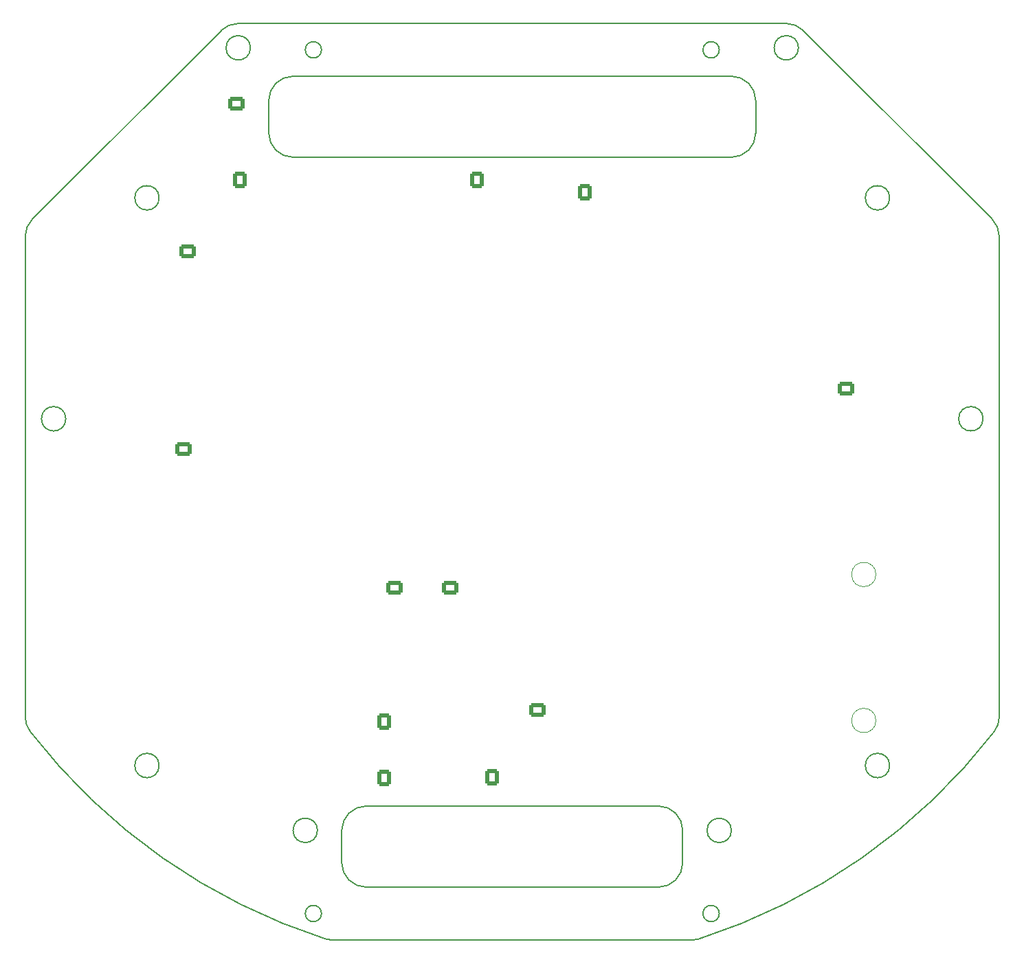
<source format=gbo>
G04 #@! TF.GenerationSoftware,KiCad,Pcbnew,(6.0.4)*
G04 #@! TF.CreationDate,2022-03-28T09:35:34+09:00*
G04 #@! TF.ProjectId,Main_Board,4d61696e-5f42-46f6-9172-642e6b696361,rev?*
G04 #@! TF.SameCoordinates,Original*
G04 #@! TF.FileFunction,Legend,Bot*
G04 #@! TF.FilePolarity,Positive*
%FSLAX46Y46*%
G04 Gerber Fmt 4.6, Leading zero omitted, Abs format (unit mm)*
G04 Created by KiCad (PCBNEW (6.0.4)) date 2022-03-28 09:35:34*
%MOMM*%
%LPD*%
G01*
G04 APERTURE LIST*
G04 Aperture macros list*
%AMRoundRect*
0 Rectangle with rounded corners*
0 $1 Rounding radius*
0 $2 $3 $4 $5 $6 $7 $8 $9 X,Y pos of 4 corners*
0 Add a 4 corners polygon primitive as box body*
4,1,4,$2,$3,$4,$5,$6,$7,$8,$9,$2,$3,0*
0 Add four circle primitives for the rounded corners*
1,1,$1+$1,$2,$3*
1,1,$1+$1,$4,$5*
1,1,$1+$1,$6,$7*
1,1,$1+$1,$8,$9*
0 Add four rect primitives between the rounded corners*
20,1,$1+$1,$2,$3,$4,$5,0*
20,1,$1+$1,$4,$5,$6,$7,0*
20,1,$1+$1,$6,$7,$8,$9,0*
20,1,$1+$1,$8,$9,$2,$3,0*%
G04 Aperture macros list end*
G04 #@! TA.AperFunction,Profile*
%ADD10C,0.200000*%
G04 #@! TD*
G04 #@! TA.AperFunction,Profile*
%ADD11C,0.120000*%
G04 #@! TD*
%ADD12C,1.600000*%
%ADD13R,2.200000X2.200000*%
%ADD14O,2.200000X2.200000*%
%ADD15C,1.400000*%
%ADD16O,1.400000X1.400000*%
%ADD17C,1.700000*%
%ADD18C,3.000000*%
%ADD19O,1.700000X2.500000*%
%ADD20RoundRect,0.250000X-0.725000X0.600000X-0.725000X-0.600000X0.725000X-0.600000X0.725000X0.600000X0*%
%ADD21O,1.950000X1.700000*%
%ADD22RoundRect,0.250000X-0.600000X-0.725000X0.600000X-0.725000X0.600000X0.725000X-0.600000X0.725000X0*%
%ADD23O,1.700000X1.950000*%
%ADD24C,1.635000*%
%ADD25R,2.000000X2.000000*%
%ADD26C,2.000000*%
%ADD27R,1.700000X1.700000*%
%ADD28O,1.700000X1.700000*%
%ADD29RoundRect,0.250000X-0.750000X0.600000X-0.750000X-0.600000X0.750000X-0.600000X0.750000X0.600000X0*%
%ADD30O,2.000000X1.700000*%
%ADD31RoundRect,0.250000X0.725000X-0.600000X0.725000X0.600000X-0.725000X0.600000X-0.725000X-0.600000X0*%
%ADD32O,1.400000X1.300000*%
%ADD33R,1.400000X1.300000*%
%ADD34O,1.300000X1.400000*%
%ADD35R,1.300000X1.300000*%
%ADD36R,1.800000X1.800000*%
%ADD37C,1.800000*%
%ADD38C,1.200000*%
%ADD39C,2.950000*%
%ADD40C,3.090000*%
%ADD41C,1.524000*%
%ADD42RoundRect,0.250000X-0.600000X-0.750000X0.600000X-0.750000X0.600000X0.750000X-0.600000X0.750000X0*%
%ADD43O,1.700000X2.000000*%
G04 APERTURE END LIST*
D10*
X135782005Y-91484651D02*
G75*
G03*
X135782005Y-91484651I-1500000J0D01*
G01*
X216282005Y-45992010D02*
G75*
G03*
X216282005Y-45992010I-1000000J0D01*
G01*
X208782005Y-149242005D02*
G75*
G03*
X211782005Y-146242010I-5J3000005D01*
G01*
X237282005Y-64242010D02*
G75*
G03*
X237282005Y-64242010I-1500000J0D01*
G01*
X226660685Y-43620690D02*
X249903325Y-66863330D01*
X157024646Y-42742039D02*
G75*
G03*
X154903325Y-43620690I-46J-2999961D01*
G01*
X160781990Y-56242010D02*
G75*
G03*
X163782005Y-59242010I3000010J10D01*
G01*
X160782005Y-52242010D02*
X160782005Y-56242010D01*
X250781968Y-68984651D02*
G75*
G03*
X249903325Y-66863330I-2999968J51D01*
G01*
X211781990Y-142242010D02*
G75*
G03*
X208782005Y-139242010I-2999990J10D01*
G01*
X163782005Y-59242010D02*
X217782005Y-59242010D01*
X217782005Y-142242010D02*
G75*
G03*
X217782005Y-142242010I-1500000J0D01*
G01*
X157024646Y-42742010D02*
X224539364Y-42742010D01*
X220782005Y-56242010D02*
X220782005Y-52242010D01*
X147282005Y-64242010D02*
G75*
G03*
X147282005Y-64242010I-1500000J0D01*
G01*
X131660685Y-66863330D02*
X154903325Y-43620690D01*
X131407001Y-130063508D02*
G75*
G03*
X167829319Y-155643510I59374999J45821508D01*
G01*
X250782005Y-68984651D02*
X250782005Y-128230645D01*
X130781976Y-128230645D02*
G75*
G03*
X131407005Y-130063505I3000024J45D01*
G01*
X220781990Y-52242010D02*
G75*
G03*
X217782005Y-49242010I-2999990J10D01*
G01*
X169781990Y-146242010D02*
G75*
G03*
X172782005Y-149242010I3000010J10D01*
G01*
X172782005Y-139242005D02*
G75*
G03*
X169782005Y-142242010I-5J-2999995D01*
G01*
X212816583Y-155787450D02*
X168747427Y-155787450D01*
X211782005Y-142242010D02*
X211782005Y-146242010D01*
X172782005Y-139242010D02*
X208782005Y-139242010D01*
X217782005Y-59242005D02*
G75*
G03*
X220782005Y-56242010I-5J3000005D01*
G01*
X131660661Y-66863306D02*
G75*
G03*
X130782005Y-68984651I2121339J-2121294D01*
G01*
X212816583Y-155787447D02*
G75*
G03*
X213734691Y-155643510I17J2999947D01*
G01*
X213734691Y-155643509D02*
G75*
G03*
X250157005Y-130063505I-22952691J71401509D01*
G01*
X130782005Y-128230645D02*
X130782005Y-68984651D01*
X237282005Y-134242010D02*
G75*
G03*
X237282005Y-134242010I-1500000J0D01*
G01*
X163782005Y-49242005D02*
G75*
G03*
X160782005Y-52242010I-5J-2999995D01*
G01*
X226660701Y-43620674D02*
G75*
G03*
X224539364Y-42742010I-2121301J-2121326D01*
G01*
X226039364Y-45742010D02*
G75*
G03*
X226039364Y-45742010I-1500000J0D01*
G01*
X167282005Y-45992010D02*
G75*
G03*
X167282005Y-45992010I-1000000J0D01*
G01*
X158524646Y-45742010D02*
G75*
G03*
X158524646Y-45742010I-1500000J0D01*
G01*
X167829317Y-155643515D02*
G75*
G03*
X168747427Y-155787450I918083J2856015D01*
G01*
X216282005Y-152492010D02*
G75*
G03*
X216282005Y-152492010I-1000000J0D01*
G01*
X250156984Y-130063489D02*
G75*
G03*
X250782005Y-128230645I-2374984J1832889D01*
G01*
X248782005Y-91484651D02*
G75*
G03*
X248782005Y-91484651I-1500000J0D01*
G01*
X167282005Y-152492010D02*
G75*
G03*
X167282005Y-152492010I-1000000J0D01*
G01*
X217782005Y-49242010D02*
X163782005Y-49242010D01*
X208782005Y-149242010D02*
X172782005Y-149242010D01*
X166782005Y-142242010D02*
G75*
G03*
X166782005Y-142242010I-1500000J0D01*
G01*
X147282005Y-134242010D02*
G75*
G03*
X147282005Y-134242010I-1500000J0D01*
G01*
X169782005Y-146242010D02*
X169782005Y-142242010D01*
D11*
X235587000Y-110689700D02*
G75*
G03*
X235587000Y-110689700I-1500000J0D01*
G01*
X235587000Y-128689700D02*
G75*
G03*
X235587000Y-128689700I-1500000J0D01*
G01*
%LPC*%
D12*
X158782000Y-133984700D03*
X158782000Y-131484700D03*
X220627000Y-62654700D03*
X220627000Y-65154700D03*
D13*
X180317000Y-117181000D03*
D14*
X180317000Y-124801000D03*
D15*
X213627000Y-125139700D03*
D16*
X218707000Y-125139700D03*
D12*
X201122000Y-84001000D03*
X198622000Y-84001000D03*
D17*
X157127000Y-89247000D03*
X159667000Y-89247000D03*
X162207000Y-89247000D03*
X164747000Y-89247000D03*
X167287000Y-89247000D03*
X169827000Y-89247000D03*
X169827000Y-99407000D03*
X167287000Y-99407000D03*
X164747000Y-99407000D03*
X162207000Y-99407000D03*
X159667000Y-99407000D03*
X157127000Y-99407000D03*
D13*
X173967000Y-117181000D03*
D14*
X173967000Y-124801000D03*
D18*
X198347000Y-89842000D03*
X183027000Y-89842000D03*
D19*
X199577000Y-102582000D03*
X197037000Y-102582000D03*
X194497000Y-102582000D03*
X191957000Y-102582000D03*
X189417000Y-102582000D03*
X186877000Y-102582000D03*
X184337000Y-102582000D03*
X181797000Y-102582000D03*
D20*
X231932000Y-87734700D03*
D21*
X231932000Y-90234700D03*
X231932000Y-92734700D03*
X231932000Y-95234700D03*
D20*
X150777000Y-70832000D03*
D21*
X150777000Y-73332000D03*
X150777000Y-75832000D03*
D22*
X157187000Y-62052000D03*
D23*
X159687000Y-62052000D03*
X162187000Y-62052000D03*
X164687000Y-62052000D03*
D15*
X201662000Y-69150000D03*
D16*
X196582000Y-69150000D03*
D24*
X170462000Y-60672000D03*
X170462000Y-63212000D03*
X170462000Y-65752000D03*
D12*
X187302000Y-122324700D03*
X189802000Y-122324700D03*
D15*
X146642000Y-121054700D03*
D16*
X146642000Y-115974700D03*
D22*
X188302000Y-135711000D03*
D23*
X190802000Y-135711000D03*
X193302000Y-135711000D03*
X195802000Y-135711000D03*
D25*
X239352000Y-120419700D03*
D26*
X246952000Y-120419700D03*
D12*
X214917000Y-130219700D03*
X217417000Y-130219700D03*
D27*
X158702000Y-114714700D03*
D28*
X161242000Y-114714700D03*
X158702000Y-117254700D03*
X161242000Y-117254700D03*
X158702000Y-119794700D03*
X161242000Y-119794700D03*
X158702000Y-122334700D03*
X161242000Y-122334700D03*
D15*
X186422000Y-117410000D03*
D16*
X191502000Y-117410000D03*
D27*
X195182000Y-78917000D03*
D28*
X195182000Y-81457000D03*
X195182000Y-83997000D03*
D29*
X156782000Y-52596000D03*
D30*
X156782000Y-55096000D03*
D24*
X139302000Y-132484700D03*
X139302000Y-129944700D03*
X139302000Y-127404700D03*
X151412000Y-60672000D03*
X151412000Y-63212000D03*
X151412000Y-65752000D03*
D15*
X230152000Y-60761000D03*
D16*
X230152000Y-65841000D03*
D17*
X152682000Y-134839700D03*
X150142000Y-109439700D03*
X150142000Y-129759700D03*
X150142000Y-127219700D03*
X170462000Y-132299700D03*
X167922000Y-137379700D03*
X167922000Y-134839700D03*
X167922000Y-132299700D03*
X167922000Y-129759700D03*
X167922000Y-127219700D03*
X167922000Y-124679700D03*
X167922000Y-122139700D03*
X167922000Y-119599700D03*
X167922000Y-117059700D03*
X167922000Y-114519700D03*
X167922000Y-111979700D03*
X167922000Y-109439700D03*
X167922000Y-106899700D03*
X167922000Y-104359700D03*
X170462000Y-104359700D03*
X150142000Y-106899700D03*
X150142000Y-104359700D03*
X152682000Y-104359700D03*
X152682000Y-106899700D03*
X152682000Y-109439700D03*
X152682000Y-111979700D03*
X152682000Y-114519700D03*
X152682000Y-117059700D03*
X152682000Y-119599700D03*
X152682000Y-122139700D03*
X152682000Y-124679700D03*
X152682000Y-127219700D03*
X152682000Y-129759700D03*
X152682000Y-132299700D03*
X170462000Y-127219700D03*
X150142000Y-111979700D03*
X152682000Y-137379700D03*
X150142000Y-137379700D03*
X150142000Y-114519700D03*
X150142000Y-122139700D03*
X150142000Y-119599700D03*
X150142000Y-124679700D03*
X150142000Y-117059700D03*
X170462000Y-117059700D03*
X170462000Y-106899700D03*
X170462000Y-114519700D03*
X170462000Y-109439700D03*
X170462000Y-111979700D03*
X170462000Y-137379700D03*
X170462000Y-134839700D03*
X170462000Y-129759700D03*
X170462000Y-124679700D03*
X170462000Y-122139700D03*
X170462000Y-119599700D03*
X150142000Y-134839700D03*
X150142000Y-132299700D03*
D31*
X150267000Y-95234700D03*
D21*
X150267000Y-92734700D03*
X150267000Y-90234700D03*
X150267000Y-87734700D03*
D15*
X225057000Y-125139700D03*
D16*
X230137000Y-125139700D03*
D32*
X210452180Y-85579960D03*
X210452180Y-88119960D03*
X210452180Y-90659960D03*
X210452180Y-93199960D03*
X210452180Y-95739960D03*
X210452180Y-98279960D03*
X210452180Y-100819960D03*
D33*
X210452180Y-103359960D03*
D32*
X210452180Y-105899960D03*
D34*
X214261240Y-105899960D03*
X216803780Y-105899960D03*
X219343780Y-105899960D03*
X221883780Y-105899960D03*
D32*
X225692180Y-105899960D03*
X225692180Y-103359960D03*
X225692180Y-100819960D03*
X225692180Y-98279960D03*
X225692180Y-95739960D03*
D35*
X225692180Y-93199960D03*
D12*
X205062000Y-130219700D03*
X202562000Y-130219700D03*
X199122000Y-78921000D03*
X201622000Y-78921000D03*
X179987000Y-63281000D03*
X179987000Y-60781000D03*
D31*
X176262000Y-112330000D03*
D21*
X176262000Y-109830000D03*
X176262000Y-107330000D03*
D29*
X193886000Y-127424700D03*
D30*
X193886000Y-129924700D03*
D36*
X152687000Y-142041000D03*
D37*
X150147000Y-142041000D03*
D12*
X165472000Y-69582000D03*
X165472000Y-72082000D03*
D17*
X155222000Y-69562000D03*
X155222000Y-72102000D03*
X155222000Y-74642000D03*
X155222000Y-77182000D03*
X155222000Y-79722000D03*
X155222000Y-82262000D03*
X155222000Y-84802000D03*
X170462000Y-84802000D03*
X170462000Y-82262000D03*
X170462000Y-79722000D03*
X170462000Y-77182000D03*
X170462000Y-74642000D03*
X170462000Y-72102000D03*
X170462000Y-69562000D03*
D31*
X183162000Y-112330000D03*
D21*
X183162000Y-109830000D03*
X183162000Y-107330000D03*
D22*
X174967000Y-128801000D03*
D23*
X177467000Y-128801000D03*
X179967000Y-128801000D03*
X182467000Y-128801000D03*
X184967000Y-128801000D03*
X187467000Y-128801000D03*
D17*
X210467000Y-62634700D03*
X210467000Y-65174700D03*
X210467000Y-67714700D03*
X210467000Y-70254700D03*
X210467000Y-72794700D03*
X210467000Y-75334700D03*
X210467000Y-77874700D03*
X225707000Y-77874700D03*
X225707000Y-75334700D03*
X225707000Y-72794700D03*
X225707000Y-70254700D03*
X225707000Y-67714700D03*
X225707000Y-65174700D03*
X225707000Y-62634700D03*
D38*
X140622000Y-118126000D03*
X139422000Y-118926000D03*
X140622000Y-119726000D03*
X139422000Y-120526000D03*
D39*
X139722000Y-116026000D03*
D40*
X134972000Y-123426000D03*
D39*
X139722000Y-123426000D03*
D40*
X134972000Y-116026000D03*
D38*
X140622000Y-121326000D03*
D13*
X177142000Y-117181000D03*
D14*
X177142000Y-124801000D03*
D15*
X163562000Y-131380000D03*
D16*
X163562000Y-136460000D03*
D12*
X192772000Y-107885000D03*
X190272000Y-107885000D03*
X144102000Y-115994700D03*
X144102000Y-118494700D03*
D22*
X186457000Y-62051000D03*
D23*
X188957000Y-62051000D03*
X191457000Y-62051000D03*
X193957000Y-62051000D03*
D12*
X226347000Y-130219700D03*
X228847000Y-130219700D03*
D26*
X223092000Y-52796000D03*
X229592000Y-52796000D03*
X223092000Y-57296000D03*
X229592000Y-57296000D03*
X212620000Y-132716000D03*
X219120000Y-132716000D03*
X219120000Y-137216000D03*
X212620000Y-137216000D03*
D13*
X183492000Y-117181000D03*
D14*
X183492000Y-124801000D03*
D41*
X199127000Y-112069700D03*
X199127000Y-114609700D03*
X199127000Y-117149700D03*
X199127000Y-119689700D03*
X199127000Y-122229700D03*
X199127000Y-124769700D03*
X199127000Y-127309700D03*
D26*
X230862000Y-132716000D03*
X224362000Y-132716000D03*
X224362000Y-137216000D03*
X230862000Y-137216000D03*
D42*
X199732000Y-63521000D03*
D43*
X202232000Y-63521000D03*
D22*
X174967000Y-135801000D03*
D23*
X177467000Y-135801000D03*
X179967000Y-135801000D03*
X182467000Y-135801000D03*
D15*
X201562000Y-125139700D03*
D16*
X206642000Y-125139700D03*
D18*
X205260000Y-100295000D03*
X176304000Y-100295000D03*
D17*
X174782000Y-60798000D03*
X174782000Y-63338000D03*
X174782000Y-65878000D03*
X174782000Y-68418000D03*
X174782000Y-70958000D03*
X174782000Y-73498000D03*
X174782000Y-76038000D03*
X174782000Y-78578000D03*
X206782000Y-78578000D03*
X206782000Y-76038000D03*
X206782000Y-73498000D03*
X206782000Y-70958000D03*
X206782000Y-68418000D03*
X206782000Y-65878000D03*
X206782000Y-63338000D03*
X206782000Y-60798000D03*
D26*
X200620000Y-132716000D03*
X207120000Y-132716000D03*
X207120000Y-137216000D03*
X200620000Y-137216000D03*
D24*
X159032000Y-145524700D03*
X159032000Y-142984700D03*
X159032000Y-140444700D03*
M02*

</source>
